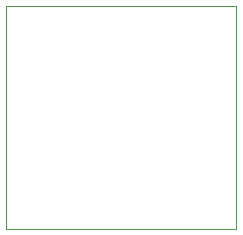
<source format=gbr>
%TF.GenerationSoftware,KiCad,Pcbnew,(6.0.4)*%
%TF.CreationDate,2022-11-08T09:06:00-07:00*%
%TF.ProjectId,rf_backscatter_V1,72665f62-6163-46b7-9363-61747465725f,rev?*%
%TF.SameCoordinates,Original*%
%TF.FileFunction,Profile,NP*%
%FSLAX46Y46*%
G04 Gerber Fmt 4.6, Leading zero omitted, Abs format (unit mm)*
G04 Created by KiCad (PCBNEW (6.0.4)) date 2022-11-08 09:06:00*
%MOMM*%
%LPD*%
G01*
G04 APERTURE LIST*
%TA.AperFunction,Profile*%
%ADD10C,0.100000*%
%TD*%
G04 APERTURE END LIST*
D10*
X120954800Y-80467200D02*
X140436600Y-80467200D01*
X140436600Y-80467200D02*
X140436600Y-99364800D01*
X140436600Y-99364800D02*
X120954800Y-99364800D01*
X120954800Y-99364800D02*
X120954800Y-80467200D01*
M02*

</source>
